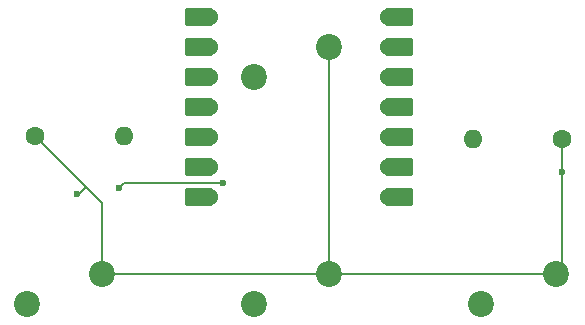
<source format=gbr>
%TF.GenerationSoftware,KiCad,Pcbnew,9.0.2*%
%TF.CreationDate,2025-06-30T20:41:04-04:00*%
%TF.ProjectId,Hackpad,4861636b-7061-4642-9e6b-696361645f70,rev?*%
%TF.SameCoordinates,Original*%
%TF.FileFunction,Copper,L2,Bot*%
%TF.FilePolarity,Positive*%
%FSLAX46Y46*%
G04 Gerber Fmt 4.6, Leading zero omitted, Abs format (unit mm)*
G04 Created by KiCad (PCBNEW 9.0.2) date 2025-06-30 20:41:04*
%MOMM*%
%LPD*%
G01*
G04 APERTURE LIST*
G04 Aperture macros list*
%AMRoundRect*
0 Rectangle with rounded corners*
0 $1 Rounding radius*
0 $2 $3 $4 $5 $6 $7 $8 $9 X,Y pos of 4 corners*
0 Add a 4 corners polygon primitive as box body*
4,1,4,$2,$3,$4,$5,$6,$7,$8,$9,$2,$3,0*
0 Add four circle primitives for the rounded corners*
1,1,$1+$1,$2,$3*
1,1,$1+$1,$4,$5*
1,1,$1+$1,$6,$7*
1,1,$1+$1,$8,$9*
0 Add four rect primitives between the rounded corners*
20,1,$1+$1,$2,$3,$4,$5,0*
20,1,$1+$1,$4,$5,$6,$7,0*
20,1,$1+$1,$6,$7,$8,$9,0*
20,1,$1+$1,$8,$9,$2,$3,0*%
G04 Aperture macros list end*
%TA.AperFunction,ComponentPad*%
%ADD10C,1.600000*%
%TD*%
%TA.AperFunction,ComponentPad*%
%ADD11O,1.600000X1.600000*%
%TD*%
%TA.AperFunction,ComponentPad*%
%ADD12C,2.200000*%
%TD*%
%TA.AperFunction,SMDPad,CuDef*%
%ADD13RoundRect,0.152400X-1.063600X-0.609600X1.063600X-0.609600X1.063600X0.609600X-1.063600X0.609600X0*%
%TD*%
%TA.AperFunction,ComponentPad*%
%ADD14C,1.524000*%
%TD*%
%TA.AperFunction,SMDPad,CuDef*%
%ADD15RoundRect,0.152400X1.063600X0.609600X-1.063600X0.609600X-1.063600X-0.609600X1.063600X-0.609600X0*%
%TD*%
%TA.AperFunction,ViaPad*%
%ADD16C,0.600000*%
%TD*%
%TA.AperFunction,Conductor*%
%ADD17C,0.200000*%
%TD*%
G04 APERTURE END LIST*
D10*
%TO.P,C1,1*%
%TO.N,GND*%
X163600000Y-83250000D03*
D11*
%TO.P,C1,2*%
%TO.N,+5V*%
X171100000Y-83250000D03*
%TD*%
D12*
%TO.P,SW1,1,1*%
%TO.N,GND*%
X188475000Y-94935000D03*
%TO.P,SW1,2,2*%
%TO.N,Net-(U1-GPIO2{slash}SCK)*%
X182125000Y-97475000D03*
%TD*%
%TO.P,SW3,1,1*%
%TO.N,GND*%
X188470000Y-75695000D03*
%TO.P,SW3,2,2*%
%TO.N,Net-(U1-GPIO3{slash}MOSI)*%
X182120000Y-78235000D03*
%TD*%
D10*
%TO.P,C2,1*%
%TO.N,GND*%
X208150000Y-83500000D03*
D11*
%TO.P,C2,2*%
%TO.N,+5V*%
X200650000Y-83500000D03*
%TD*%
D12*
%TO.P,SW4,1,1*%
%TO.N,GND*%
X207700000Y-94935000D03*
%TO.P,SW4,2,2*%
%TO.N,Net-(U1-GPIO1{slash}RX)*%
X201350000Y-97475000D03*
%TD*%
%TO.P,SW2,1,1*%
%TO.N,GND*%
X169227500Y-94932500D03*
%TO.P,SW2,2,2*%
%TO.N,Net-(U1-GPIO4{slash}MISO)*%
X162877500Y-97472500D03*
%TD*%
D13*
%TO.P,U1,1,GPIO26/ADC0/A0*%
%TO.N,unconnected-(U1-GPIO26{slash}ADC0{slash}A0-Pad1)*%
X194385000Y-73155000D03*
D14*
X193550000Y-73155000D03*
D13*
%TO.P,U1,2,GPIO27/ADC1/A1*%
%TO.N,unconnected-(U1-GPIO27{slash}ADC1{slash}A1-Pad2)*%
X194385000Y-75695000D03*
D14*
X193550000Y-75695000D03*
D13*
%TO.P,U1,3,GPIO28/ADC2/A2*%
%TO.N,unconnected-(U1-GPIO28{slash}ADC2{slash}A2-Pad3)*%
X194385000Y-78235000D03*
D14*
X193550000Y-78235000D03*
D13*
%TO.P,U1,4,GPIO29/ADC3/A3*%
%TO.N,unconnected-(U1-GPIO29{slash}ADC3{slash}A3-Pad4)*%
X194385000Y-80775000D03*
D14*
X193550000Y-80775000D03*
D13*
%TO.P,U1,5,GPIO6/SDA*%
%TO.N,Net-(D2-DIN)*%
X194385000Y-83315000D03*
D14*
X193550000Y-83315000D03*
D13*
%TO.P,U1,6,GPIO7/SCL*%
%TO.N,unconnected-(U1-GPIO7{slash}SCL-Pad6)*%
X194385000Y-85855000D03*
D14*
X193550000Y-85855000D03*
D13*
%TO.P,U1,7,GPIO0/TX*%
%TO.N,unconnected-(U1-GPIO0{slash}TX-Pad7)*%
X194385000Y-88395000D03*
D14*
X193550000Y-88395000D03*
%TO.P,U1,8,GPIO1/RX*%
%TO.N,Net-(U1-GPIO1{slash}RX)*%
X178310000Y-88395000D03*
D15*
X177475000Y-88395000D03*
D14*
%TO.P,U1,9,GPIO2/SCK*%
%TO.N,Net-(U1-GPIO2{slash}SCK)*%
X178310000Y-85855000D03*
D15*
X177475000Y-85855000D03*
D14*
%TO.P,U1,10,GPIO4/MISO*%
%TO.N,Net-(U1-GPIO4{slash}MISO)*%
X178310000Y-83315000D03*
D15*
X177475000Y-83315000D03*
D14*
%TO.P,U1,11,GPIO3/MOSI*%
%TO.N,Net-(U1-GPIO3{slash}MOSI)*%
X178310000Y-80775000D03*
D15*
X177475000Y-80775000D03*
D14*
%TO.P,U1,12,3V3*%
%TO.N,unconnected-(U1-3V3-Pad12)*%
X178310000Y-78235000D03*
D15*
X177475000Y-78235000D03*
D14*
%TO.P,U1,13,GND*%
%TO.N,GND1*%
X178310000Y-75695000D03*
D15*
X177475000Y-75695000D03*
D14*
%TO.P,U1,14,VBUS*%
%TO.N,+5V*%
X178310000Y-73155000D03*
D15*
X177475000Y-73155000D03*
%TD*%
D16*
%TO.N,Net-(D1-DIN)*%
X179450000Y-87225000D03*
X170675000Y-87650000D03*
%TO.N,GND*%
X167100000Y-88175000D03*
X208150000Y-86250000D03*
%TD*%
D17*
%TO.N,Net-(D1-DIN)*%
X179450000Y-87225000D02*
X171100000Y-87225000D01*
X171100000Y-87225000D02*
X170675000Y-87650000D01*
%TO.N,GND*%
X169227500Y-88877500D02*
X167887500Y-87537500D01*
X169227500Y-94932500D02*
X207697500Y-94932500D01*
X167250000Y-88175000D02*
X167100000Y-88175000D01*
X188470000Y-94930000D02*
X188475000Y-94935000D01*
X169227500Y-94932500D02*
X169227500Y-88877500D01*
X167887500Y-87537500D02*
X167250000Y-88175000D01*
X207697500Y-94932500D02*
X207700000Y-94935000D01*
X208150000Y-83500000D02*
X208150000Y-86250000D01*
X208150000Y-94485000D02*
X207700000Y-94935000D01*
X167887500Y-87537500D02*
X163600000Y-83250000D01*
X188470000Y-75695000D02*
X188470000Y-94930000D01*
X208150000Y-86250000D02*
X208150000Y-94485000D01*
%TD*%
M02*

</source>
